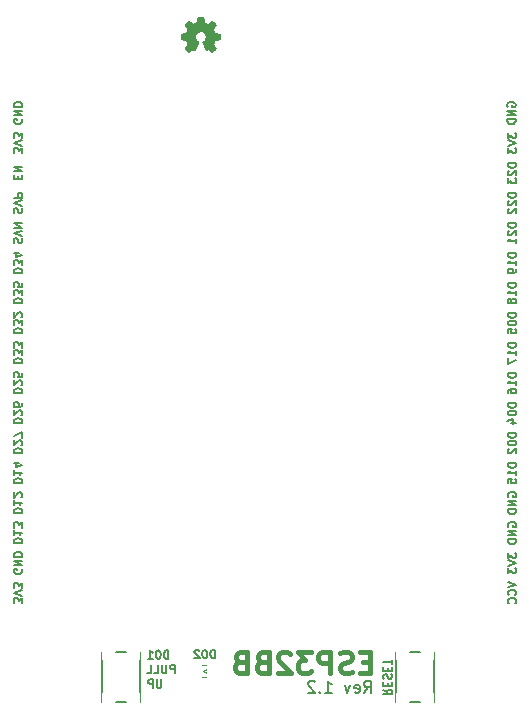
<source format=gbo>
G04 #@! TF.FileFunction,Legend,Bot*
%FSLAX46Y46*%
G04 Gerber Fmt 4.6, Leading zero omitted, Abs format (unit mm)*
G04 Created by KiCad (PCBNEW 4.0.5-e0-6337~52~ubuntu16.10.1) date Sat Feb 25 17:17:48 2017*
%MOMM*%
%LPD*%
G01*
G04 APERTURE LIST*
%ADD10C,0.100000*%
%ADD11C,0.175000*%
%ADD12C,0.200000*%
%ADD13C,0.400000*%
%ADD14C,0.010000*%
%ADD15C,0.120000*%
%ADD16R,1.050000X1.450000*%
%ADD17R,1.200000X1.200000*%
%ADD18R,2.100000X2.100000*%
%ADD19O,2.100000X2.100000*%
G04 APERTURE END LIST*
D10*
D11*
X181483833Y-119947999D02*
X181817167Y-120181333D01*
X181483833Y-120347999D02*
X182183833Y-120347999D01*
X182183833Y-120081333D01*
X182150500Y-120014666D01*
X182117167Y-119981333D01*
X182050500Y-119947999D01*
X181950500Y-119947999D01*
X181883833Y-119981333D01*
X181850500Y-120014666D01*
X181817167Y-120081333D01*
X181817167Y-120347999D01*
X181850500Y-119647999D02*
X181850500Y-119414666D01*
X181483833Y-119314666D02*
X181483833Y-119647999D01*
X182183833Y-119647999D01*
X182183833Y-119314666D01*
X181517167Y-119048000D02*
X181483833Y-118948000D01*
X181483833Y-118781333D01*
X181517167Y-118714666D01*
X181550500Y-118681333D01*
X181617167Y-118648000D01*
X181683833Y-118648000D01*
X181750500Y-118681333D01*
X181783833Y-118714666D01*
X181817167Y-118781333D01*
X181850500Y-118914666D01*
X181883833Y-118981333D01*
X181917167Y-119014666D01*
X181983833Y-119048000D01*
X182050500Y-119048000D01*
X182117167Y-119014666D01*
X182150500Y-118981333D01*
X182183833Y-118914666D01*
X182183833Y-118748000D01*
X182150500Y-118648000D01*
X181850500Y-118347999D02*
X181850500Y-118114666D01*
X181483833Y-118014666D02*
X181483833Y-118347999D01*
X182183833Y-118347999D01*
X182183833Y-118014666D01*
X182183833Y-117814666D02*
X182183833Y-117414666D01*
X181483833Y-117614666D02*
X182183833Y-117614666D01*
X150178333Y-99910000D02*
X150878333Y-99910000D01*
X150878333Y-99743334D01*
X150845000Y-99643334D01*
X150778333Y-99576667D01*
X150711667Y-99543334D01*
X150578333Y-99510000D01*
X150478333Y-99510000D01*
X150345000Y-99543334D01*
X150278333Y-99576667D01*
X150211667Y-99643334D01*
X150178333Y-99743334D01*
X150178333Y-99910000D01*
X150811667Y-99243334D02*
X150845000Y-99210000D01*
X150878333Y-99143334D01*
X150878333Y-98976667D01*
X150845000Y-98910000D01*
X150811667Y-98876667D01*
X150745000Y-98843334D01*
X150678333Y-98843334D01*
X150578333Y-98876667D01*
X150178333Y-99276667D01*
X150178333Y-98843334D01*
X150878333Y-98610000D02*
X150878333Y-98143333D01*
X150178333Y-98443333D01*
X192004200Y-70586667D02*
X191970867Y-70520001D01*
X191970867Y-70420001D01*
X192004200Y-70320001D01*
X192070867Y-70253334D01*
X192137533Y-70220001D01*
X192270867Y-70186667D01*
X192370867Y-70186667D01*
X192504200Y-70220001D01*
X192570867Y-70253334D01*
X192637533Y-70320001D01*
X192670867Y-70420001D01*
X192670867Y-70486667D01*
X192637533Y-70586667D01*
X192604200Y-70620001D01*
X192370867Y-70620001D01*
X192370867Y-70486667D01*
X192670867Y-70920001D02*
X191970867Y-70920001D01*
X192670867Y-71320001D01*
X191970867Y-71320001D01*
X192670867Y-71653334D02*
X191970867Y-71653334D01*
X191970867Y-71820000D01*
X192004200Y-71920000D01*
X192070867Y-71986667D01*
X192137533Y-72020000D01*
X192270867Y-72053334D01*
X192370867Y-72053334D01*
X192504200Y-72020000D01*
X192570867Y-71986667D01*
X192637533Y-71920000D01*
X192670867Y-71820000D01*
X192670867Y-71653334D01*
D12*
X179871428Y-120213381D02*
X180204762Y-119737190D01*
X180442857Y-120213381D02*
X180442857Y-119213381D01*
X180061904Y-119213381D01*
X179966666Y-119261000D01*
X179919047Y-119308619D01*
X179871428Y-119403857D01*
X179871428Y-119546714D01*
X179919047Y-119641952D01*
X179966666Y-119689571D01*
X180061904Y-119737190D01*
X180442857Y-119737190D01*
X179061904Y-120165762D02*
X179157142Y-120213381D01*
X179347619Y-120213381D01*
X179442857Y-120165762D01*
X179490476Y-120070524D01*
X179490476Y-119689571D01*
X179442857Y-119594333D01*
X179347619Y-119546714D01*
X179157142Y-119546714D01*
X179061904Y-119594333D01*
X179014285Y-119689571D01*
X179014285Y-119784810D01*
X179490476Y-119880048D01*
X178680952Y-119546714D02*
X178442857Y-120213381D01*
X178204761Y-119546714D01*
X176538094Y-120213381D02*
X177109523Y-120213381D01*
X176823809Y-120213381D02*
X176823809Y-119213381D01*
X176919047Y-119356238D01*
X177014285Y-119451476D01*
X177109523Y-119499095D01*
X176109523Y-120118143D02*
X176061904Y-120165762D01*
X176109523Y-120213381D01*
X176157142Y-120165762D01*
X176109523Y-120118143D01*
X176109523Y-120213381D01*
X175680952Y-119308619D02*
X175633333Y-119261000D01*
X175538095Y-119213381D01*
X175299999Y-119213381D01*
X175204761Y-119261000D01*
X175157142Y-119308619D01*
X175109523Y-119403857D01*
X175109523Y-119499095D01*
X175157142Y-119641952D01*
X175728571Y-120213381D01*
X175109523Y-120213381D01*
D13*
X180345643Y-117600429D02*
X179745643Y-117600429D01*
X179488500Y-118543286D02*
X180345643Y-118543286D01*
X180345643Y-116743286D01*
X179488500Y-116743286D01*
X178802786Y-118457571D02*
X178545643Y-118543286D01*
X178117072Y-118543286D01*
X177945643Y-118457571D01*
X177859929Y-118371857D01*
X177774214Y-118200429D01*
X177774214Y-118029000D01*
X177859929Y-117857571D01*
X177945643Y-117771857D01*
X178117072Y-117686143D01*
X178459929Y-117600429D01*
X178631357Y-117514714D01*
X178717072Y-117429000D01*
X178802786Y-117257571D01*
X178802786Y-117086143D01*
X178717072Y-116914714D01*
X178631357Y-116829000D01*
X178459929Y-116743286D01*
X178031357Y-116743286D01*
X177774214Y-116829000D01*
X177002786Y-118543286D02*
X177002786Y-116743286D01*
X176317071Y-116743286D01*
X176145643Y-116829000D01*
X176059928Y-116914714D01*
X175974214Y-117086143D01*
X175974214Y-117343286D01*
X176059928Y-117514714D01*
X176145643Y-117600429D01*
X176317071Y-117686143D01*
X177002786Y-117686143D01*
X175374214Y-116743286D02*
X174259928Y-116743286D01*
X174859928Y-117429000D01*
X174602786Y-117429000D01*
X174431357Y-117514714D01*
X174345643Y-117600429D01*
X174259928Y-117771857D01*
X174259928Y-118200429D01*
X174345643Y-118371857D01*
X174431357Y-118457571D01*
X174602786Y-118543286D01*
X175117071Y-118543286D01*
X175288500Y-118457571D01*
X175374214Y-118371857D01*
X173574214Y-116914714D02*
X173488500Y-116829000D01*
X173317071Y-116743286D01*
X172888500Y-116743286D01*
X172717071Y-116829000D01*
X172631357Y-116914714D01*
X172545642Y-117086143D01*
X172545642Y-117257571D01*
X172631357Y-117514714D01*
X173659928Y-118543286D01*
X172545642Y-118543286D01*
X171174214Y-117600429D02*
X170917071Y-117686143D01*
X170831356Y-117771857D01*
X170745642Y-117943286D01*
X170745642Y-118200429D01*
X170831356Y-118371857D01*
X170917071Y-118457571D01*
X171088499Y-118543286D01*
X171774214Y-118543286D01*
X171774214Y-116743286D01*
X171174214Y-116743286D01*
X171002785Y-116829000D01*
X170917071Y-116914714D01*
X170831356Y-117086143D01*
X170831356Y-117257571D01*
X170917071Y-117429000D01*
X171002785Y-117514714D01*
X171174214Y-117600429D01*
X171774214Y-117600429D01*
X169374214Y-117600429D02*
X169117071Y-117686143D01*
X169031356Y-117771857D01*
X168945642Y-117943286D01*
X168945642Y-118200429D01*
X169031356Y-118371857D01*
X169117071Y-118457571D01*
X169288499Y-118543286D01*
X169974214Y-118543286D01*
X169974214Y-116743286D01*
X169374214Y-116743286D01*
X169202785Y-116829000D01*
X169117071Y-116914714D01*
X169031356Y-117086143D01*
X169031356Y-117257571D01*
X169117071Y-117429000D01*
X169202785Y-117514714D01*
X169374214Y-117600429D01*
X169974214Y-117600429D01*
D11*
X163283667Y-117328667D02*
X163283667Y-116628667D01*
X163117001Y-116628667D01*
X163017001Y-116662000D01*
X162950334Y-116728667D01*
X162917001Y-116795333D01*
X162883667Y-116928667D01*
X162883667Y-117028667D01*
X162917001Y-117162000D01*
X162950334Y-117228667D01*
X163017001Y-117295333D01*
X163117001Y-117328667D01*
X163283667Y-117328667D01*
X162450334Y-116628667D02*
X162383667Y-116628667D01*
X162317001Y-116662000D01*
X162283667Y-116695333D01*
X162250334Y-116762000D01*
X162217001Y-116895333D01*
X162217001Y-117062000D01*
X162250334Y-117195333D01*
X162283667Y-117262000D01*
X162317001Y-117295333D01*
X162383667Y-117328667D01*
X162450334Y-117328667D01*
X162517001Y-117295333D01*
X162550334Y-117262000D01*
X162583667Y-117195333D01*
X162617001Y-117062000D01*
X162617001Y-116895333D01*
X162583667Y-116762000D01*
X162550334Y-116695333D01*
X162517001Y-116662000D01*
X162450334Y-116628667D01*
X161550334Y-117328667D02*
X161950334Y-117328667D01*
X161750334Y-117328667D02*
X161750334Y-116628667D01*
X161817000Y-116728667D01*
X161883667Y-116795333D01*
X161950334Y-116828667D01*
X163817000Y-118553667D02*
X163817000Y-117853667D01*
X163550334Y-117853667D01*
X163483667Y-117887000D01*
X163450334Y-117920333D01*
X163417000Y-117987000D01*
X163417000Y-118087000D01*
X163450334Y-118153667D01*
X163483667Y-118187000D01*
X163550334Y-118220333D01*
X163817000Y-118220333D01*
X163117000Y-117853667D02*
X163117000Y-118420333D01*
X163083667Y-118487000D01*
X163050334Y-118520333D01*
X162983667Y-118553667D01*
X162850334Y-118553667D01*
X162783667Y-118520333D01*
X162750334Y-118487000D01*
X162717000Y-118420333D01*
X162717000Y-117853667D01*
X162050334Y-118553667D02*
X162383667Y-118553667D01*
X162383667Y-117853667D01*
X161483667Y-118553667D02*
X161817000Y-118553667D01*
X161817000Y-117853667D01*
X162683666Y-119078667D02*
X162683666Y-119645333D01*
X162650333Y-119712000D01*
X162617000Y-119745333D01*
X162550333Y-119778667D01*
X162417000Y-119778667D01*
X162350333Y-119745333D01*
X162317000Y-119712000D01*
X162283666Y-119645333D01*
X162283666Y-119078667D01*
X161950333Y-119778667D02*
X161950333Y-119078667D01*
X161683667Y-119078667D01*
X161617000Y-119112000D01*
X161583667Y-119145333D01*
X161550333Y-119212000D01*
X161550333Y-119312000D01*
X161583667Y-119378667D01*
X161617000Y-119412000D01*
X161683667Y-119445333D01*
X161950333Y-119445333D01*
X192021667Y-72793333D02*
X192021667Y-73226666D01*
X192288333Y-72993333D01*
X192288333Y-73093333D01*
X192321667Y-73160000D01*
X192355000Y-73193333D01*
X192421667Y-73226666D01*
X192588333Y-73226666D01*
X192655000Y-73193333D01*
X192688333Y-73160000D01*
X192721667Y-73093333D01*
X192721667Y-72893333D01*
X192688333Y-72826666D01*
X192655000Y-72793333D01*
X192021667Y-73426667D02*
X192721667Y-73660000D01*
X192021667Y-73893333D01*
X192021667Y-74060000D02*
X192021667Y-74493333D01*
X192288333Y-74260000D01*
X192288333Y-74360000D01*
X192321667Y-74426667D01*
X192355000Y-74460000D01*
X192421667Y-74493333D01*
X192588333Y-74493333D01*
X192655000Y-74460000D01*
X192688333Y-74426667D01*
X192721667Y-74360000D01*
X192721667Y-74160000D01*
X192688333Y-74093333D01*
X192655000Y-74060000D01*
X192721667Y-75350000D02*
X192021667Y-75350000D01*
X192021667Y-75516666D01*
X192055000Y-75616666D01*
X192121667Y-75683333D01*
X192188333Y-75716666D01*
X192321667Y-75750000D01*
X192421667Y-75750000D01*
X192555000Y-75716666D01*
X192621667Y-75683333D01*
X192688333Y-75616666D01*
X192721667Y-75516666D01*
X192721667Y-75350000D01*
X192088333Y-76016666D02*
X192055000Y-76050000D01*
X192021667Y-76116666D01*
X192021667Y-76283333D01*
X192055000Y-76350000D01*
X192088333Y-76383333D01*
X192155000Y-76416666D01*
X192221667Y-76416666D01*
X192321667Y-76383333D01*
X192721667Y-75983333D01*
X192721667Y-76416666D01*
X192021667Y-76650000D02*
X192021667Y-77083333D01*
X192288333Y-76850000D01*
X192288333Y-76950000D01*
X192321667Y-77016667D01*
X192355000Y-77050000D01*
X192421667Y-77083333D01*
X192588333Y-77083333D01*
X192655000Y-77050000D01*
X192688333Y-77016667D01*
X192721667Y-76950000D01*
X192721667Y-76750000D01*
X192688333Y-76683333D01*
X192655000Y-76650000D01*
X192721667Y-77890000D02*
X192021667Y-77890000D01*
X192021667Y-78056666D01*
X192055000Y-78156666D01*
X192121667Y-78223333D01*
X192188333Y-78256666D01*
X192321667Y-78290000D01*
X192421667Y-78290000D01*
X192555000Y-78256666D01*
X192621667Y-78223333D01*
X192688333Y-78156666D01*
X192721667Y-78056666D01*
X192721667Y-77890000D01*
X192088333Y-78556666D02*
X192055000Y-78590000D01*
X192021667Y-78656666D01*
X192021667Y-78823333D01*
X192055000Y-78890000D01*
X192088333Y-78923333D01*
X192155000Y-78956666D01*
X192221667Y-78956666D01*
X192321667Y-78923333D01*
X192721667Y-78523333D01*
X192721667Y-78956666D01*
X192088333Y-79223333D02*
X192055000Y-79256667D01*
X192021667Y-79323333D01*
X192021667Y-79490000D01*
X192055000Y-79556667D01*
X192088333Y-79590000D01*
X192155000Y-79623333D01*
X192221667Y-79623333D01*
X192321667Y-79590000D01*
X192721667Y-79190000D01*
X192721667Y-79623333D01*
X192721667Y-80430000D02*
X192021667Y-80430000D01*
X192021667Y-80596666D01*
X192055000Y-80696666D01*
X192121667Y-80763333D01*
X192188333Y-80796666D01*
X192321667Y-80830000D01*
X192421667Y-80830000D01*
X192555000Y-80796666D01*
X192621667Y-80763333D01*
X192688333Y-80696666D01*
X192721667Y-80596666D01*
X192721667Y-80430000D01*
X192088333Y-81096666D02*
X192055000Y-81130000D01*
X192021667Y-81196666D01*
X192021667Y-81363333D01*
X192055000Y-81430000D01*
X192088333Y-81463333D01*
X192155000Y-81496666D01*
X192221667Y-81496666D01*
X192321667Y-81463333D01*
X192721667Y-81063333D01*
X192721667Y-81496666D01*
X192721667Y-82163333D02*
X192721667Y-81763333D01*
X192721667Y-81963333D02*
X192021667Y-81963333D01*
X192121667Y-81896667D01*
X192188333Y-81830000D01*
X192221667Y-81763333D01*
X192721667Y-82970000D02*
X192021667Y-82970000D01*
X192021667Y-83136666D01*
X192055000Y-83236666D01*
X192121667Y-83303333D01*
X192188333Y-83336666D01*
X192321667Y-83370000D01*
X192421667Y-83370000D01*
X192555000Y-83336666D01*
X192621667Y-83303333D01*
X192688333Y-83236666D01*
X192721667Y-83136666D01*
X192721667Y-82970000D01*
X192721667Y-84036666D02*
X192721667Y-83636666D01*
X192721667Y-83836666D02*
X192021667Y-83836666D01*
X192121667Y-83770000D01*
X192188333Y-83703333D01*
X192221667Y-83636666D01*
X192721667Y-84370000D02*
X192721667Y-84503333D01*
X192688333Y-84570000D01*
X192655000Y-84603333D01*
X192555000Y-84670000D01*
X192421667Y-84703333D01*
X192155000Y-84703333D01*
X192088333Y-84670000D01*
X192055000Y-84636667D01*
X192021667Y-84570000D01*
X192021667Y-84436667D01*
X192055000Y-84370000D01*
X192088333Y-84336667D01*
X192155000Y-84303333D01*
X192321667Y-84303333D01*
X192388333Y-84336667D01*
X192421667Y-84370000D01*
X192455000Y-84436667D01*
X192455000Y-84570000D01*
X192421667Y-84636667D01*
X192388333Y-84670000D01*
X192321667Y-84703333D01*
X192721667Y-85510000D02*
X192021667Y-85510000D01*
X192021667Y-85676666D01*
X192055000Y-85776666D01*
X192121667Y-85843333D01*
X192188333Y-85876666D01*
X192321667Y-85910000D01*
X192421667Y-85910000D01*
X192555000Y-85876666D01*
X192621667Y-85843333D01*
X192688333Y-85776666D01*
X192721667Y-85676666D01*
X192721667Y-85510000D01*
X192721667Y-86576666D02*
X192721667Y-86176666D01*
X192721667Y-86376666D02*
X192021667Y-86376666D01*
X192121667Y-86310000D01*
X192188333Y-86243333D01*
X192221667Y-86176666D01*
X192321667Y-86976667D02*
X192288333Y-86910000D01*
X192255000Y-86876667D01*
X192188333Y-86843333D01*
X192155000Y-86843333D01*
X192088333Y-86876667D01*
X192055000Y-86910000D01*
X192021667Y-86976667D01*
X192021667Y-87110000D01*
X192055000Y-87176667D01*
X192088333Y-87210000D01*
X192155000Y-87243333D01*
X192188333Y-87243333D01*
X192255000Y-87210000D01*
X192288333Y-87176667D01*
X192321667Y-87110000D01*
X192321667Y-86976667D01*
X192355000Y-86910000D01*
X192388333Y-86876667D01*
X192455000Y-86843333D01*
X192588333Y-86843333D01*
X192655000Y-86876667D01*
X192688333Y-86910000D01*
X192721667Y-86976667D01*
X192721667Y-87110000D01*
X192688333Y-87176667D01*
X192655000Y-87210000D01*
X192588333Y-87243333D01*
X192455000Y-87243333D01*
X192388333Y-87210000D01*
X192355000Y-87176667D01*
X192321667Y-87110000D01*
X192721667Y-88050000D02*
X192021667Y-88050000D01*
X192021667Y-88216666D01*
X192055000Y-88316666D01*
X192121667Y-88383333D01*
X192188333Y-88416666D01*
X192321667Y-88450000D01*
X192421667Y-88450000D01*
X192555000Y-88416666D01*
X192621667Y-88383333D01*
X192688333Y-88316666D01*
X192721667Y-88216666D01*
X192721667Y-88050000D01*
X192021667Y-88883333D02*
X192021667Y-88950000D01*
X192055000Y-89016666D01*
X192088333Y-89050000D01*
X192155000Y-89083333D01*
X192288333Y-89116666D01*
X192455000Y-89116666D01*
X192588333Y-89083333D01*
X192655000Y-89050000D01*
X192688333Y-89016666D01*
X192721667Y-88950000D01*
X192721667Y-88883333D01*
X192688333Y-88816666D01*
X192655000Y-88783333D01*
X192588333Y-88750000D01*
X192455000Y-88716666D01*
X192288333Y-88716666D01*
X192155000Y-88750000D01*
X192088333Y-88783333D01*
X192055000Y-88816666D01*
X192021667Y-88883333D01*
X192021667Y-89750000D02*
X192021667Y-89416667D01*
X192355000Y-89383333D01*
X192321667Y-89416667D01*
X192288333Y-89483333D01*
X192288333Y-89650000D01*
X192321667Y-89716667D01*
X192355000Y-89750000D01*
X192421667Y-89783333D01*
X192588333Y-89783333D01*
X192655000Y-89750000D01*
X192688333Y-89716667D01*
X192721667Y-89650000D01*
X192721667Y-89483333D01*
X192688333Y-89416667D01*
X192655000Y-89383333D01*
X192721667Y-90590000D02*
X192021667Y-90590000D01*
X192021667Y-90756666D01*
X192055000Y-90856666D01*
X192121667Y-90923333D01*
X192188333Y-90956666D01*
X192321667Y-90990000D01*
X192421667Y-90990000D01*
X192555000Y-90956666D01*
X192621667Y-90923333D01*
X192688333Y-90856666D01*
X192721667Y-90756666D01*
X192721667Y-90590000D01*
X192721667Y-91656666D02*
X192721667Y-91256666D01*
X192721667Y-91456666D02*
X192021667Y-91456666D01*
X192121667Y-91390000D01*
X192188333Y-91323333D01*
X192221667Y-91256666D01*
X192021667Y-91890000D02*
X192021667Y-92356667D01*
X192721667Y-92056667D01*
X192721667Y-93130000D02*
X192021667Y-93130000D01*
X192021667Y-93296666D01*
X192055000Y-93396666D01*
X192121667Y-93463333D01*
X192188333Y-93496666D01*
X192321667Y-93530000D01*
X192421667Y-93530000D01*
X192555000Y-93496666D01*
X192621667Y-93463333D01*
X192688333Y-93396666D01*
X192721667Y-93296666D01*
X192721667Y-93130000D01*
X192721667Y-94196666D02*
X192721667Y-93796666D01*
X192721667Y-93996666D02*
X192021667Y-93996666D01*
X192121667Y-93930000D01*
X192188333Y-93863333D01*
X192221667Y-93796666D01*
X192021667Y-94796667D02*
X192021667Y-94663333D01*
X192055000Y-94596667D01*
X192088333Y-94563333D01*
X192188333Y-94496667D01*
X192321667Y-94463333D01*
X192588333Y-94463333D01*
X192655000Y-94496667D01*
X192688333Y-94530000D01*
X192721667Y-94596667D01*
X192721667Y-94730000D01*
X192688333Y-94796667D01*
X192655000Y-94830000D01*
X192588333Y-94863333D01*
X192421667Y-94863333D01*
X192355000Y-94830000D01*
X192321667Y-94796667D01*
X192288333Y-94730000D01*
X192288333Y-94596667D01*
X192321667Y-94530000D01*
X192355000Y-94496667D01*
X192421667Y-94463333D01*
X192721667Y-95670000D02*
X192021667Y-95670000D01*
X192021667Y-95836666D01*
X192055000Y-95936666D01*
X192121667Y-96003333D01*
X192188333Y-96036666D01*
X192321667Y-96070000D01*
X192421667Y-96070000D01*
X192555000Y-96036666D01*
X192621667Y-96003333D01*
X192688333Y-95936666D01*
X192721667Y-95836666D01*
X192721667Y-95670000D01*
X192021667Y-96503333D02*
X192021667Y-96570000D01*
X192055000Y-96636666D01*
X192088333Y-96670000D01*
X192155000Y-96703333D01*
X192288333Y-96736666D01*
X192455000Y-96736666D01*
X192588333Y-96703333D01*
X192655000Y-96670000D01*
X192688333Y-96636666D01*
X192721667Y-96570000D01*
X192721667Y-96503333D01*
X192688333Y-96436666D01*
X192655000Y-96403333D01*
X192588333Y-96370000D01*
X192455000Y-96336666D01*
X192288333Y-96336666D01*
X192155000Y-96370000D01*
X192088333Y-96403333D01*
X192055000Y-96436666D01*
X192021667Y-96503333D01*
X192255000Y-97336667D02*
X192721667Y-97336667D01*
X191988333Y-97170000D02*
X192488333Y-97003333D01*
X192488333Y-97436667D01*
X192721667Y-98210000D02*
X192021667Y-98210000D01*
X192021667Y-98376666D01*
X192055000Y-98476666D01*
X192121667Y-98543333D01*
X192188333Y-98576666D01*
X192321667Y-98610000D01*
X192421667Y-98610000D01*
X192555000Y-98576666D01*
X192621667Y-98543333D01*
X192688333Y-98476666D01*
X192721667Y-98376666D01*
X192721667Y-98210000D01*
X192021667Y-99043333D02*
X192021667Y-99110000D01*
X192055000Y-99176666D01*
X192088333Y-99210000D01*
X192155000Y-99243333D01*
X192288333Y-99276666D01*
X192455000Y-99276666D01*
X192588333Y-99243333D01*
X192655000Y-99210000D01*
X192688333Y-99176666D01*
X192721667Y-99110000D01*
X192721667Y-99043333D01*
X192688333Y-98976666D01*
X192655000Y-98943333D01*
X192588333Y-98910000D01*
X192455000Y-98876666D01*
X192288333Y-98876666D01*
X192155000Y-98910000D01*
X192088333Y-98943333D01*
X192055000Y-98976666D01*
X192021667Y-99043333D01*
X192088333Y-99543333D02*
X192055000Y-99576667D01*
X192021667Y-99643333D01*
X192021667Y-99810000D01*
X192055000Y-99876667D01*
X192088333Y-99910000D01*
X192155000Y-99943333D01*
X192221667Y-99943333D01*
X192321667Y-99910000D01*
X192721667Y-99510000D01*
X192721667Y-99943333D01*
X192721667Y-100750000D02*
X192021667Y-100750000D01*
X192021667Y-100916666D01*
X192055000Y-101016666D01*
X192121667Y-101083333D01*
X192188333Y-101116666D01*
X192321667Y-101150000D01*
X192421667Y-101150000D01*
X192555000Y-101116666D01*
X192621667Y-101083333D01*
X192688333Y-101016666D01*
X192721667Y-100916666D01*
X192721667Y-100750000D01*
X192721667Y-101816666D02*
X192721667Y-101416666D01*
X192721667Y-101616666D02*
X192021667Y-101616666D01*
X192121667Y-101550000D01*
X192188333Y-101483333D01*
X192221667Y-101416666D01*
X192021667Y-102450000D02*
X192021667Y-102116667D01*
X192355000Y-102083333D01*
X192321667Y-102116667D01*
X192288333Y-102183333D01*
X192288333Y-102350000D01*
X192321667Y-102416667D01*
X192355000Y-102450000D01*
X192421667Y-102483333D01*
X192588333Y-102483333D01*
X192655000Y-102450000D01*
X192688333Y-102416667D01*
X192721667Y-102350000D01*
X192721667Y-102183333D01*
X192688333Y-102116667D01*
X192655000Y-102083333D01*
X192055000Y-103606667D02*
X192021667Y-103540001D01*
X192021667Y-103440001D01*
X192055000Y-103340001D01*
X192121667Y-103273334D01*
X192188333Y-103240001D01*
X192321667Y-103206667D01*
X192421667Y-103206667D01*
X192555000Y-103240001D01*
X192621667Y-103273334D01*
X192688333Y-103340001D01*
X192721667Y-103440001D01*
X192721667Y-103506667D01*
X192688333Y-103606667D01*
X192655000Y-103640001D01*
X192421667Y-103640001D01*
X192421667Y-103506667D01*
X192721667Y-103940001D02*
X192021667Y-103940001D01*
X192721667Y-104340001D01*
X192021667Y-104340001D01*
X192721667Y-104673334D02*
X192021667Y-104673334D01*
X192021667Y-104840000D01*
X192055000Y-104940000D01*
X192121667Y-105006667D01*
X192188333Y-105040000D01*
X192321667Y-105073334D01*
X192421667Y-105073334D01*
X192555000Y-105040000D01*
X192621667Y-105006667D01*
X192688333Y-104940000D01*
X192721667Y-104840000D01*
X192721667Y-104673334D01*
X192055000Y-106146667D02*
X192021667Y-106080001D01*
X192021667Y-105980001D01*
X192055000Y-105880001D01*
X192121667Y-105813334D01*
X192188333Y-105780001D01*
X192321667Y-105746667D01*
X192421667Y-105746667D01*
X192555000Y-105780001D01*
X192621667Y-105813334D01*
X192688333Y-105880001D01*
X192721667Y-105980001D01*
X192721667Y-106046667D01*
X192688333Y-106146667D01*
X192655000Y-106180001D01*
X192421667Y-106180001D01*
X192421667Y-106046667D01*
X192721667Y-106480001D02*
X192021667Y-106480001D01*
X192721667Y-106880001D01*
X192021667Y-106880001D01*
X192721667Y-107213334D02*
X192021667Y-107213334D01*
X192021667Y-107380000D01*
X192055000Y-107480000D01*
X192121667Y-107546667D01*
X192188333Y-107580000D01*
X192321667Y-107613334D01*
X192421667Y-107613334D01*
X192555000Y-107580000D01*
X192621667Y-107546667D01*
X192688333Y-107480000D01*
X192721667Y-107380000D01*
X192721667Y-107213334D01*
X192021667Y-110826667D02*
X192721667Y-111060000D01*
X192021667Y-111293333D01*
X192655000Y-111926667D02*
X192688333Y-111893333D01*
X192721667Y-111793333D01*
X192721667Y-111726667D01*
X192688333Y-111626667D01*
X192621667Y-111560000D01*
X192555000Y-111526667D01*
X192421667Y-111493333D01*
X192321667Y-111493333D01*
X192188333Y-111526667D01*
X192121667Y-111560000D01*
X192055000Y-111626667D01*
X192021667Y-111726667D01*
X192021667Y-111793333D01*
X192055000Y-111893333D01*
X192088333Y-111926667D01*
X192655000Y-112626667D02*
X192688333Y-112593333D01*
X192721667Y-112493333D01*
X192721667Y-112426667D01*
X192688333Y-112326667D01*
X192621667Y-112260000D01*
X192555000Y-112226667D01*
X192421667Y-112193333D01*
X192321667Y-112193333D01*
X192188333Y-112226667D01*
X192121667Y-112260000D01*
X192055000Y-112326667D01*
X192021667Y-112426667D01*
X192021667Y-112493333D01*
X192055000Y-112593333D01*
X192088333Y-112626667D01*
X192021667Y-108353333D02*
X192021667Y-108786666D01*
X192288333Y-108553333D01*
X192288333Y-108653333D01*
X192321667Y-108720000D01*
X192355000Y-108753333D01*
X192421667Y-108786666D01*
X192588333Y-108786666D01*
X192655000Y-108753333D01*
X192688333Y-108720000D01*
X192721667Y-108653333D01*
X192721667Y-108453333D01*
X192688333Y-108386666D01*
X192655000Y-108353333D01*
X192021667Y-108986667D02*
X192721667Y-109220000D01*
X192021667Y-109453333D01*
X192021667Y-109620000D02*
X192021667Y-110053333D01*
X192288333Y-109820000D01*
X192288333Y-109920000D01*
X192321667Y-109986667D01*
X192355000Y-110020000D01*
X192421667Y-110053333D01*
X192588333Y-110053333D01*
X192655000Y-110020000D01*
X192688333Y-109986667D01*
X192721667Y-109920000D01*
X192721667Y-109720000D01*
X192688333Y-109653333D01*
X192655000Y-109620000D01*
X150878333Y-112626667D02*
X150878333Y-112193334D01*
X150611667Y-112426667D01*
X150611667Y-112326667D01*
X150578333Y-112260000D01*
X150545000Y-112226667D01*
X150478333Y-112193334D01*
X150311667Y-112193334D01*
X150245000Y-112226667D01*
X150211667Y-112260000D01*
X150178333Y-112326667D01*
X150178333Y-112526667D01*
X150211667Y-112593334D01*
X150245000Y-112626667D01*
X150878333Y-111993333D02*
X150178333Y-111760000D01*
X150878333Y-111526667D01*
X150878333Y-111360000D02*
X150878333Y-110926667D01*
X150611667Y-111160000D01*
X150611667Y-111060000D01*
X150578333Y-110993333D01*
X150545000Y-110960000D01*
X150478333Y-110926667D01*
X150311667Y-110926667D01*
X150245000Y-110960000D01*
X150211667Y-110993333D01*
X150178333Y-111060000D01*
X150178333Y-111260000D01*
X150211667Y-111326667D01*
X150245000Y-111360000D01*
X150845000Y-109753333D02*
X150878333Y-109819999D01*
X150878333Y-109919999D01*
X150845000Y-110019999D01*
X150778333Y-110086666D01*
X150711667Y-110119999D01*
X150578333Y-110153333D01*
X150478333Y-110153333D01*
X150345000Y-110119999D01*
X150278333Y-110086666D01*
X150211667Y-110019999D01*
X150178333Y-109919999D01*
X150178333Y-109853333D01*
X150211667Y-109753333D01*
X150245000Y-109719999D01*
X150478333Y-109719999D01*
X150478333Y-109853333D01*
X150178333Y-109419999D02*
X150878333Y-109419999D01*
X150178333Y-109019999D01*
X150878333Y-109019999D01*
X150178333Y-108686666D02*
X150878333Y-108686666D01*
X150878333Y-108520000D01*
X150845000Y-108420000D01*
X150778333Y-108353333D01*
X150711667Y-108320000D01*
X150578333Y-108286666D01*
X150478333Y-108286666D01*
X150345000Y-108320000D01*
X150278333Y-108353333D01*
X150211667Y-108420000D01*
X150178333Y-108520000D01*
X150178333Y-108686666D01*
X150178333Y-107530000D02*
X150878333Y-107530000D01*
X150878333Y-107363334D01*
X150845000Y-107263334D01*
X150778333Y-107196667D01*
X150711667Y-107163334D01*
X150578333Y-107130000D01*
X150478333Y-107130000D01*
X150345000Y-107163334D01*
X150278333Y-107196667D01*
X150211667Y-107263334D01*
X150178333Y-107363334D01*
X150178333Y-107530000D01*
X150178333Y-106463334D02*
X150178333Y-106863334D01*
X150178333Y-106663334D02*
X150878333Y-106663334D01*
X150778333Y-106730000D01*
X150711667Y-106796667D01*
X150678333Y-106863334D01*
X150878333Y-106230000D02*
X150878333Y-105796667D01*
X150611667Y-106030000D01*
X150611667Y-105930000D01*
X150578333Y-105863333D01*
X150545000Y-105830000D01*
X150478333Y-105796667D01*
X150311667Y-105796667D01*
X150245000Y-105830000D01*
X150211667Y-105863333D01*
X150178333Y-105930000D01*
X150178333Y-106130000D01*
X150211667Y-106196667D01*
X150245000Y-106230000D01*
X150178333Y-104990000D02*
X150878333Y-104990000D01*
X150878333Y-104823334D01*
X150845000Y-104723334D01*
X150778333Y-104656667D01*
X150711667Y-104623334D01*
X150578333Y-104590000D01*
X150478333Y-104590000D01*
X150345000Y-104623334D01*
X150278333Y-104656667D01*
X150211667Y-104723334D01*
X150178333Y-104823334D01*
X150178333Y-104990000D01*
X150178333Y-103923334D02*
X150178333Y-104323334D01*
X150178333Y-104123334D02*
X150878333Y-104123334D01*
X150778333Y-104190000D01*
X150711667Y-104256667D01*
X150678333Y-104323334D01*
X150811667Y-103656667D02*
X150845000Y-103623333D01*
X150878333Y-103556667D01*
X150878333Y-103390000D01*
X150845000Y-103323333D01*
X150811667Y-103290000D01*
X150745000Y-103256667D01*
X150678333Y-103256667D01*
X150578333Y-103290000D01*
X150178333Y-103690000D01*
X150178333Y-103256667D01*
X150178333Y-102450000D02*
X150878333Y-102450000D01*
X150878333Y-102283334D01*
X150845000Y-102183334D01*
X150778333Y-102116667D01*
X150711667Y-102083334D01*
X150578333Y-102050000D01*
X150478333Y-102050000D01*
X150345000Y-102083334D01*
X150278333Y-102116667D01*
X150211667Y-102183334D01*
X150178333Y-102283334D01*
X150178333Y-102450000D01*
X150178333Y-101383334D02*
X150178333Y-101783334D01*
X150178333Y-101583334D02*
X150878333Y-101583334D01*
X150778333Y-101650000D01*
X150711667Y-101716667D01*
X150678333Y-101783334D01*
X150645000Y-100783333D02*
X150178333Y-100783333D01*
X150911667Y-100950000D02*
X150411667Y-101116667D01*
X150411667Y-100683333D01*
X150178333Y-97370000D02*
X150878333Y-97370000D01*
X150878333Y-97203334D01*
X150845000Y-97103334D01*
X150778333Y-97036667D01*
X150711667Y-97003334D01*
X150578333Y-96970000D01*
X150478333Y-96970000D01*
X150345000Y-97003334D01*
X150278333Y-97036667D01*
X150211667Y-97103334D01*
X150178333Y-97203334D01*
X150178333Y-97370000D01*
X150811667Y-96703334D02*
X150845000Y-96670000D01*
X150878333Y-96603334D01*
X150878333Y-96436667D01*
X150845000Y-96370000D01*
X150811667Y-96336667D01*
X150745000Y-96303334D01*
X150678333Y-96303334D01*
X150578333Y-96336667D01*
X150178333Y-96736667D01*
X150178333Y-96303334D01*
X150878333Y-95703333D02*
X150878333Y-95836667D01*
X150845000Y-95903333D01*
X150811667Y-95936667D01*
X150711667Y-96003333D01*
X150578333Y-96036667D01*
X150311667Y-96036667D01*
X150245000Y-96003333D01*
X150211667Y-95970000D01*
X150178333Y-95903333D01*
X150178333Y-95770000D01*
X150211667Y-95703333D01*
X150245000Y-95670000D01*
X150311667Y-95636667D01*
X150478333Y-95636667D01*
X150545000Y-95670000D01*
X150578333Y-95703333D01*
X150611667Y-95770000D01*
X150611667Y-95903333D01*
X150578333Y-95970000D01*
X150545000Y-96003333D01*
X150478333Y-96036667D01*
X150178333Y-94830000D02*
X150878333Y-94830000D01*
X150878333Y-94663334D01*
X150845000Y-94563334D01*
X150778333Y-94496667D01*
X150711667Y-94463334D01*
X150578333Y-94430000D01*
X150478333Y-94430000D01*
X150345000Y-94463334D01*
X150278333Y-94496667D01*
X150211667Y-94563334D01*
X150178333Y-94663334D01*
X150178333Y-94830000D01*
X150811667Y-94163334D02*
X150845000Y-94130000D01*
X150878333Y-94063334D01*
X150878333Y-93896667D01*
X150845000Y-93830000D01*
X150811667Y-93796667D01*
X150745000Y-93763334D01*
X150678333Y-93763334D01*
X150578333Y-93796667D01*
X150178333Y-94196667D01*
X150178333Y-93763334D01*
X150878333Y-93130000D02*
X150878333Y-93463333D01*
X150545000Y-93496667D01*
X150578333Y-93463333D01*
X150611667Y-93396667D01*
X150611667Y-93230000D01*
X150578333Y-93163333D01*
X150545000Y-93130000D01*
X150478333Y-93096667D01*
X150311667Y-93096667D01*
X150245000Y-93130000D01*
X150211667Y-93163333D01*
X150178333Y-93230000D01*
X150178333Y-93396667D01*
X150211667Y-93463333D01*
X150245000Y-93496667D01*
X150178333Y-92290000D02*
X150878333Y-92290000D01*
X150878333Y-92123334D01*
X150845000Y-92023334D01*
X150778333Y-91956667D01*
X150711667Y-91923334D01*
X150578333Y-91890000D01*
X150478333Y-91890000D01*
X150345000Y-91923334D01*
X150278333Y-91956667D01*
X150211667Y-92023334D01*
X150178333Y-92123334D01*
X150178333Y-92290000D01*
X150878333Y-91656667D02*
X150878333Y-91223334D01*
X150611667Y-91456667D01*
X150611667Y-91356667D01*
X150578333Y-91290000D01*
X150545000Y-91256667D01*
X150478333Y-91223334D01*
X150311667Y-91223334D01*
X150245000Y-91256667D01*
X150211667Y-91290000D01*
X150178333Y-91356667D01*
X150178333Y-91556667D01*
X150211667Y-91623334D01*
X150245000Y-91656667D01*
X150878333Y-90990000D02*
X150878333Y-90556667D01*
X150611667Y-90790000D01*
X150611667Y-90690000D01*
X150578333Y-90623333D01*
X150545000Y-90590000D01*
X150478333Y-90556667D01*
X150311667Y-90556667D01*
X150245000Y-90590000D01*
X150211667Y-90623333D01*
X150178333Y-90690000D01*
X150178333Y-90890000D01*
X150211667Y-90956667D01*
X150245000Y-90990000D01*
X150178333Y-89750000D02*
X150878333Y-89750000D01*
X150878333Y-89583334D01*
X150845000Y-89483334D01*
X150778333Y-89416667D01*
X150711667Y-89383334D01*
X150578333Y-89350000D01*
X150478333Y-89350000D01*
X150345000Y-89383334D01*
X150278333Y-89416667D01*
X150211667Y-89483334D01*
X150178333Y-89583334D01*
X150178333Y-89750000D01*
X150878333Y-89116667D02*
X150878333Y-88683334D01*
X150611667Y-88916667D01*
X150611667Y-88816667D01*
X150578333Y-88750000D01*
X150545000Y-88716667D01*
X150478333Y-88683334D01*
X150311667Y-88683334D01*
X150245000Y-88716667D01*
X150211667Y-88750000D01*
X150178333Y-88816667D01*
X150178333Y-89016667D01*
X150211667Y-89083334D01*
X150245000Y-89116667D01*
X150811667Y-88416667D02*
X150845000Y-88383333D01*
X150878333Y-88316667D01*
X150878333Y-88150000D01*
X150845000Y-88083333D01*
X150811667Y-88050000D01*
X150745000Y-88016667D01*
X150678333Y-88016667D01*
X150578333Y-88050000D01*
X150178333Y-88450000D01*
X150178333Y-88016667D01*
X150178333Y-87210000D02*
X150878333Y-87210000D01*
X150878333Y-87043334D01*
X150845000Y-86943334D01*
X150778333Y-86876667D01*
X150711667Y-86843334D01*
X150578333Y-86810000D01*
X150478333Y-86810000D01*
X150345000Y-86843334D01*
X150278333Y-86876667D01*
X150211667Y-86943334D01*
X150178333Y-87043334D01*
X150178333Y-87210000D01*
X150878333Y-86576667D02*
X150878333Y-86143334D01*
X150611667Y-86376667D01*
X150611667Y-86276667D01*
X150578333Y-86210000D01*
X150545000Y-86176667D01*
X150478333Y-86143334D01*
X150311667Y-86143334D01*
X150245000Y-86176667D01*
X150211667Y-86210000D01*
X150178333Y-86276667D01*
X150178333Y-86476667D01*
X150211667Y-86543334D01*
X150245000Y-86576667D01*
X150878333Y-85510000D02*
X150878333Y-85843333D01*
X150545000Y-85876667D01*
X150578333Y-85843333D01*
X150611667Y-85776667D01*
X150611667Y-85610000D01*
X150578333Y-85543333D01*
X150545000Y-85510000D01*
X150478333Y-85476667D01*
X150311667Y-85476667D01*
X150245000Y-85510000D01*
X150211667Y-85543333D01*
X150178333Y-85610000D01*
X150178333Y-85776667D01*
X150211667Y-85843333D01*
X150245000Y-85876667D01*
X150178333Y-84670000D02*
X150878333Y-84670000D01*
X150878333Y-84503334D01*
X150845000Y-84403334D01*
X150778333Y-84336667D01*
X150711667Y-84303334D01*
X150578333Y-84270000D01*
X150478333Y-84270000D01*
X150345000Y-84303334D01*
X150278333Y-84336667D01*
X150211667Y-84403334D01*
X150178333Y-84503334D01*
X150178333Y-84670000D01*
X150878333Y-84036667D02*
X150878333Y-83603334D01*
X150611667Y-83836667D01*
X150611667Y-83736667D01*
X150578333Y-83670000D01*
X150545000Y-83636667D01*
X150478333Y-83603334D01*
X150311667Y-83603334D01*
X150245000Y-83636667D01*
X150211667Y-83670000D01*
X150178333Y-83736667D01*
X150178333Y-83936667D01*
X150211667Y-84003334D01*
X150245000Y-84036667D01*
X150645000Y-83003333D02*
X150178333Y-83003333D01*
X150911667Y-83170000D02*
X150411667Y-83336667D01*
X150411667Y-82903333D01*
X150211667Y-82146667D02*
X150178333Y-82046667D01*
X150178333Y-81880000D01*
X150211667Y-81813333D01*
X150245000Y-81780000D01*
X150311667Y-81746667D01*
X150378333Y-81746667D01*
X150445000Y-81780000D01*
X150478333Y-81813333D01*
X150511667Y-81880000D01*
X150545000Y-82013333D01*
X150578333Y-82080000D01*
X150611667Y-82113333D01*
X150678333Y-82146667D01*
X150745000Y-82146667D01*
X150811667Y-82113333D01*
X150845000Y-82080000D01*
X150878333Y-82013333D01*
X150878333Y-81846667D01*
X150845000Y-81746667D01*
X150878333Y-81546666D02*
X150178333Y-81313333D01*
X150878333Y-81080000D01*
X150178333Y-80846666D02*
X150878333Y-80846666D01*
X150178333Y-80446666D01*
X150878333Y-80446666D01*
X150211667Y-79590000D02*
X150178333Y-79490000D01*
X150178333Y-79323333D01*
X150211667Y-79256666D01*
X150245000Y-79223333D01*
X150311667Y-79190000D01*
X150378333Y-79190000D01*
X150445000Y-79223333D01*
X150478333Y-79256666D01*
X150511667Y-79323333D01*
X150545000Y-79456666D01*
X150578333Y-79523333D01*
X150611667Y-79556666D01*
X150678333Y-79590000D01*
X150745000Y-79590000D01*
X150811667Y-79556666D01*
X150845000Y-79523333D01*
X150878333Y-79456666D01*
X150878333Y-79290000D01*
X150845000Y-79190000D01*
X150878333Y-78989999D02*
X150178333Y-78756666D01*
X150878333Y-78523333D01*
X150178333Y-78289999D02*
X150878333Y-78289999D01*
X150878333Y-78023333D01*
X150845000Y-77956666D01*
X150811667Y-77923333D01*
X150745000Y-77889999D01*
X150645000Y-77889999D01*
X150578333Y-77923333D01*
X150545000Y-77956666D01*
X150511667Y-78023333D01*
X150511667Y-78289999D01*
X150545000Y-76716666D02*
X150545000Y-76483333D01*
X150178333Y-76383333D02*
X150178333Y-76716666D01*
X150878333Y-76716666D01*
X150878333Y-76383333D01*
X150178333Y-76083333D02*
X150878333Y-76083333D01*
X150178333Y-75683333D01*
X150878333Y-75683333D01*
X150878333Y-74526667D02*
X150878333Y-74093334D01*
X150611667Y-74326667D01*
X150611667Y-74226667D01*
X150578333Y-74160000D01*
X150545000Y-74126667D01*
X150478333Y-74093334D01*
X150311667Y-74093334D01*
X150245000Y-74126667D01*
X150211667Y-74160000D01*
X150178333Y-74226667D01*
X150178333Y-74426667D01*
X150211667Y-74493334D01*
X150245000Y-74526667D01*
X150878333Y-73893333D02*
X150178333Y-73660000D01*
X150878333Y-73426667D01*
X150878333Y-73260000D02*
X150878333Y-72826667D01*
X150611667Y-73060000D01*
X150611667Y-72960000D01*
X150578333Y-72893333D01*
X150545000Y-72860000D01*
X150478333Y-72826667D01*
X150311667Y-72826667D01*
X150245000Y-72860000D01*
X150211667Y-72893333D01*
X150178333Y-72960000D01*
X150178333Y-73160000D01*
X150211667Y-73226667D01*
X150245000Y-73260000D01*
X150845000Y-71653333D02*
X150878333Y-71719999D01*
X150878333Y-71819999D01*
X150845000Y-71919999D01*
X150778333Y-71986666D01*
X150711667Y-72019999D01*
X150578333Y-72053333D01*
X150478333Y-72053333D01*
X150345000Y-72019999D01*
X150278333Y-71986666D01*
X150211667Y-71919999D01*
X150178333Y-71819999D01*
X150178333Y-71753333D01*
X150211667Y-71653333D01*
X150245000Y-71619999D01*
X150478333Y-71619999D01*
X150478333Y-71753333D01*
X150178333Y-71319999D02*
X150878333Y-71319999D01*
X150178333Y-70919999D01*
X150878333Y-70919999D01*
X150178333Y-70586666D02*
X150878333Y-70586666D01*
X150878333Y-70420000D01*
X150845000Y-70320000D01*
X150778333Y-70253333D01*
X150711667Y-70220000D01*
X150578333Y-70186666D01*
X150478333Y-70186666D01*
X150345000Y-70220000D01*
X150278333Y-70253333D01*
X150211667Y-70320000D01*
X150178333Y-70420000D01*
X150178333Y-70586666D01*
D14*
G36*
X165713375Y-63237717D02*
X165701230Y-63302771D01*
X165689765Y-63361076D01*
X165679773Y-63408836D01*
X165672045Y-63442252D01*
X165667521Y-63457261D01*
X165654026Y-63468072D01*
X165624366Y-63484089D01*
X165583173Y-63503429D01*
X165535082Y-63524206D01*
X165484727Y-63544538D01*
X165436741Y-63562541D01*
X165395758Y-63576329D01*
X165366412Y-63584021D01*
X165354472Y-63584535D01*
X165340486Y-63576498D01*
X165311609Y-63558008D01*
X165271093Y-63531212D01*
X165222188Y-63498255D01*
X165174997Y-63466003D01*
X165121521Y-63429466D01*
X165073698Y-63397244D01*
X165034747Y-63371471D01*
X165007888Y-63354281D01*
X164996812Y-63347947D01*
X164984669Y-63353589D01*
X164960394Y-63372535D01*
X164926895Y-63401910D01*
X164887079Y-63438843D01*
X164843852Y-63480460D01*
X164800123Y-63523888D01*
X164758798Y-63566255D01*
X164722785Y-63604686D01*
X164694991Y-63636310D01*
X164678322Y-63658253D01*
X164674826Y-63666144D01*
X164680820Y-63680421D01*
X164697483Y-63709613D01*
X164722838Y-63750530D01*
X164754910Y-63799978D01*
X164790782Y-63853391D01*
X164827445Y-63907818D01*
X164859340Y-63956524D01*
X164884498Y-63996391D01*
X164900953Y-64024304D01*
X164906739Y-64037073D01*
X164902489Y-64052036D01*
X164891053Y-64082488D01*
X164874408Y-64123816D01*
X164854525Y-64171411D01*
X164833381Y-64220661D01*
X164812947Y-64266956D01*
X164795200Y-64305685D01*
X164782112Y-64332238D01*
X164776371Y-64341568D01*
X164764321Y-64345341D01*
X164734641Y-64352365D01*
X164691409Y-64361822D01*
X164638703Y-64372892D01*
X164580603Y-64384756D01*
X164521185Y-64396596D01*
X164464529Y-64407593D01*
X164414712Y-64416928D01*
X164375815Y-64423782D01*
X164351913Y-64427336D01*
X164347599Y-64427652D01*
X164345285Y-64438028D01*
X164343736Y-64466522D01*
X164342890Y-64509178D01*
X164342688Y-64562041D01*
X164343070Y-64621158D01*
X164343977Y-64682573D01*
X164345348Y-64742331D01*
X164347125Y-64796478D01*
X164349247Y-64841059D01*
X164351655Y-64872120D01*
X164354288Y-64885706D01*
X164354520Y-64885929D01*
X164368485Y-64890079D01*
X164400473Y-64897411D01*
X164446778Y-64907144D01*
X164503694Y-64918495D01*
X164559645Y-64929208D01*
X164624124Y-64942013D01*
X164680923Y-64954601D01*
X164726360Y-64966055D01*
X164756756Y-64975459D01*
X164767913Y-64981040D01*
X164776949Y-64996596D01*
X164791682Y-65028066D01*
X164810217Y-65070756D01*
X164830664Y-65119971D01*
X164851128Y-65171013D01*
X164869718Y-65219188D01*
X164884541Y-65259801D01*
X164893704Y-65288154D01*
X164895737Y-65298171D01*
X164889705Y-65311653D01*
X164872999Y-65339962D01*
X164847665Y-65379866D01*
X164815744Y-65428133D01*
X164785261Y-65472883D01*
X164749317Y-65526002D01*
X164718265Y-65573845D01*
X164694160Y-65613085D01*
X164679055Y-65640397D01*
X164674826Y-65651643D01*
X164682271Y-65664040D01*
X164702665Y-65688761D01*
X164733100Y-65722816D01*
X164770664Y-65763211D01*
X164812449Y-65806955D01*
X164855545Y-65851056D01*
X164897041Y-65892522D01*
X164934028Y-65928360D01*
X164963597Y-65955578D01*
X164982837Y-65971185D01*
X164988065Y-65973739D01*
X164999818Y-65967779D01*
X165026511Y-65951276D01*
X165064951Y-65926296D01*
X165111945Y-65894906D01*
X165150707Y-65868520D01*
X165202816Y-65833082D01*
X165249516Y-65801899D01*
X165287379Y-65777216D01*
X165312977Y-65761275D01*
X165321860Y-65756483D01*
X165340055Y-65757741D01*
X165371531Y-65767497D01*
X165410113Y-65783790D01*
X165414739Y-65786000D01*
X165452926Y-65802809D01*
X165484646Y-65813758D01*
X165503801Y-65816793D01*
X165505185Y-65816450D01*
X165511810Y-65805714D01*
X165525652Y-65777404D01*
X165545495Y-65734358D01*
X165570123Y-65679415D01*
X165598322Y-65615416D01*
X165628874Y-65545199D01*
X165660565Y-65471604D01*
X165692179Y-65397469D01*
X165722500Y-65325635D01*
X165750313Y-65258940D01*
X165774402Y-65200224D01*
X165793551Y-65152325D01*
X165806545Y-65118084D01*
X165812169Y-65100339D01*
X165812304Y-65099135D01*
X165804031Y-65089950D01*
X165781940Y-65071233D01*
X165750123Y-65046380D01*
X165735427Y-65035360D01*
X165658463Y-64966235D01*
X165599876Y-64888168D01*
X165559846Y-64803651D01*
X165538553Y-64715175D01*
X165536177Y-64625232D01*
X165552896Y-64536313D01*
X165588892Y-64450909D01*
X165644342Y-64371513D01*
X165684579Y-64330032D01*
X165760740Y-64273386D01*
X165842552Y-64236195D01*
X165927552Y-64217372D01*
X166013274Y-64215829D01*
X166097256Y-64230478D01*
X166177033Y-64260233D01*
X166250141Y-64304006D01*
X166314116Y-64360710D01*
X166366494Y-64429257D01*
X166404811Y-64508561D01*
X166426602Y-64597534D01*
X166430739Y-64659289D01*
X166420299Y-64758212D01*
X166389193Y-64849644D01*
X166337741Y-64932983D01*
X166266263Y-65007624D01*
X166231529Y-65035360D01*
X166196941Y-65061731D01*
X166170424Y-65083338D01*
X166156071Y-65096786D01*
X166154652Y-65099135D01*
X166158854Y-65113753D01*
X166170647Y-65145358D01*
X166188817Y-65191111D01*
X166212145Y-65248172D01*
X166239415Y-65313702D01*
X166269411Y-65384862D01*
X166300915Y-65458812D01*
X166332712Y-65532714D01*
X166363584Y-65603727D01*
X166392315Y-65669012D01*
X166417689Y-65725731D01*
X166438487Y-65771043D01*
X166453495Y-65802109D01*
X166461495Y-65816091D01*
X166462076Y-65816567D01*
X166478823Y-65814762D01*
X166509157Y-65804581D01*
X166547196Y-65788080D01*
X166556380Y-65783625D01*
X166635043Y-65744681D01*
X166802446Y-65859210D01*
X166856123Y-65895597D01*
X166903703Y-65927215D01*
X166942142Y-65952092D01*
X166968391Y-65968254D01*
X166979290Y-65973739D01*
X166989664Y-65966268D01*
X167012989Y-65945454D01*
X167046724Y-65913694D01*
X167088326Y-65873387D01*
X167135253Y-65826930D01*
X167140430Y-65821748D01*
X167187454Y-65773723D01*
X167228547Y-65730016D01*
X167261291Y-65693340D01*
X167283271Y-65666412D01*
X167292068Y-65651945D01*
X167292130Y-65651352D01*
X167286091Y-65636609D01*
X167269342Y-65607160D01*
X167243938Y-65566322D01*
X167211933Y-65517415D01*
X167181695Y-65472883D01*
X167145814Y-65420082D01*
X167114798Y-65372922D01*
X167090691Y-65334635D01*
X167075536Y-65308454D01*
X167071220Y-65298171D01*
X167075318Y-65281138D01*
X167086396Y-65248573D01*
X167102560Y-65205173D01*
X167121918Y-65155633D01*
X167142577Y-65104649D01*
X167162644Y-65056916D01*
X167180227Y-65017130D01*
X167193434Y-64989986D01*
X167199043Y-64981040D01*
X167214203Y-64974026D01*
X167247452Y-64964203D01*
X167295109Y-64952488D01*
X167353493Y-64939798D01*
X167407311Y-64929208D01*
X167470503Y-64917079D01*
X167526345Y-64905879D01*
X167571134Y-64896393D01*
X167601162Y-64889400D01*
X167612436Y-64885929D01*
X167615086Y-64874011D01*
X167617515Y-64844282D01*
X167619663Y-64800696D01*
X167621472Y-64747209D01*
X167622880Y-64687774D01*
X167623829Y-64626346D01*
X167624258Y-64566881D01*
X167624108Y-64513332D01*
X167623319Y-64469654D01*
X167621831Y-64439802D01*
X167619585Y-64427731D01*
X167619358Y-64427652D01*
X167602257Y-64425573D01*
X167568603Y-64419882D01*
X167522473Y-64411397D01*
X167467947Y-64400938D01*
X167409102Y-64389323D01*
X167350017Y-64377372D01*
X167294771Y-64365902D01*
X167247441Y-64355733D01*
X167212106Y-64347683D01*
X167192845Y-64342572D01*
X167190585Y-64341568D01*
X167182564Y-64327870D01*
X167168327Y-64298359D01*
X167149847Y-64257646D01*
X167129099Y-64210342D01*
X167108056Y-64161057D01*
X167088694Y-64114403D01*
X167072985Y-64074989D01*
X167062904Y-64047427D01*
X167060217Y-64037073D01*
X167066192Y-64023959D01*
X167082806Y-63995825D01*
X167108090Y-63955788D01*
X167140079Y-63906963D01*
X167176174Y-63853391D01*
X167212892Y-63798696D01*
X167244824Y-63749418D01*
X167269991Y-63708749D01*
X167286418Y-63679882D01*
X167292130Y-63666144D01*
X167284617Y-63652361D01*
X167264015Y-63626958D01*
X167233231Y-63592808D01*
X167195174Y-63552783D01*
X167152749Y-63509756D01*
X167108864Y-63466602D01*
X167066427Y-63426191D01*
X167028344Y-63391399D01*
X166997523Y-63365097D01*
X166976871Y-63350158D01*
X166970144Y-63347947D01*
X166956591Y-63355820D01*
X166928111Y-63374152D01*
X166887926Y-63400811D01*
X166839255Y-63433663D01*
X166791960Y-63466003D01*
X166738375Y-63502592D01*
X166690332Y-63534903D01*
X166651079Y-63560789D01*
X166623868Y-63578102D01*
X166612484Y-63584535D01*
X166595679Y-63583028D01*
X166563558Y-63573927D01*
X166520754Y-63559116D01*
X166471901Y-63540480D01*
X166421633Y-63519902D01*
X166374584Y-63499267D01*
X166335387Y-63480457D01*
X166308677Y-63465358D01*
X166299435Y-63457261D01*
X166294600Y-63441018D01*
X166286744Y-63406818D01*
X166276662Y-63358458D01*
X166265145Y-63299737D01*
X166253581Y-63237717D01*
X166216912Y-63036174D01*
X165750044Y-63036174D01*
X165713375Y-63237717D01*
X165713375Y-63237717D01*
G37*
X165713375Y-63237717D02*
X165701230Y-63302771D01*
X165689765Y-63361076D01*
X165679773Y-63408836D01*
X165672045Y-63442252D01*
X165667521Y-63457261D01*
X165654026Y-63468072D01*
X165624366Y-63484089D01*
X165583173Y-63503429D01*
X165535082Y-63524206D01*
X165484727Y-63544538D01*
X165436741Y-63562541D01*
X165395758Y-63576329D01*
X165366412Y-63584021D01*
X165354472Y-63584535D01*
X165340486Y-63576498D01*
X165311609Y-63558008D01*
X165271093Y-63531212D01*
X165222188Y-63498255D01*
X165174997Y-63466003D01*
X165121521Y-63429466D01*
X165073698Y-63397244D01*
X165034747Y-63371471D01*
X165007888Y-63354281D01*
X164996812Y-63347947D01*
X164984669Y-63353589D01*
X164960394Y-63372535D01*
X164926895Y-63401910D01*
X164887079Y-63438843D01*
X164843852Y-63480460D01*
X164800123Y-63523888D01*
X164758798Y-63566255D01*
X164722785Y-63604686D01*
X164694991Y-63636310D01*
X164678322Y-63658253D01*
X164674826Y-63666144D01*
X164680820Y-63680421D01*
X164697483Y-63709613D01*
X164722838Y-63750530D01*
X164754910Y-63799978D01*
X164790782Y-63853391D01*
X164827445Y-63907818D01*
X164859340Y-63956524D01*
X164884498Y-63996391D01*
X164900953Y-64024304D01*
X164906739Y-64037073D01*
X164902489Y-64052036D01*
X164891053Y-64082488D01*
X164874408Y-64123816D01*
X164854525Y-64171411D01*
X164833381Y-64220661D01*
X164812947Y-64266956D01*
X164795200Y-64305685D01*
X164782112Y-64332238D01*
X164776371Y-64341568D01*
X164764321Y-64345341D01*
X164734641Y-64352365D01*
X164691409Y-64361822D01*
X164638703Y-64372892D01*
X164580603Y-64384756D01*
X164521185Y-64396596D01*
X164464529Y-64407593D01*
X164414712Y-64416928D01*
X164375815Y-64423782D01*
X164351913Y-64427336D01*
X164347599Y-64427652D01*
X164345285Y-64438028D01*
X164343736Y-64466522D01*
X164342890Y-64509178D01*
X164342688Y-64562041D01*
X164343070Y-64621158D01*
X164343977Y-64682573D01*
X164345348Y-64742331D01*
X164347125Y-64796478D01*
X164349247Y-64841059D01*
X164351655Y-64872120D01*
X164354288Y-64885706D01*
X164354520Y-64885929D01*
X164368485Y-64890079D01*
X164400473Y-64897411D01*
X164446778Y-64907144D01*
X164503694Y-64918495D01*
X164559645Y-64929208D01*
X164624124Y-64942013D01*
X164680923Y-64954601D01*
X164726360Y-64966055D01*
X164756756Y-64975459D01*
X164767913Y-64981040D01*
X164776949Y-64996596D01*
X164791682Y-65028066D01*
X164810217Y-65070756D01*
X164830664Y-65119971D01*
X164851128Y-65171013D01*
X164869718Y-65219188D01*
X164884541Y-65259801D01*
X164893704Y-65288154D01*
X164895737Y-65298171D01*
X164889705Y-65311653D01*
X164872999Y-65339962D01*
X164847665Y-65379866D01*
X164815744Y-65428133D01*
X164785261Y-65472883D01*
X164749317Y-65526002D01*
X164718265Y-65573845D01*
X164694160Y-65613085D01*
X164679055Y-65640397D01*
X164674826Y-65651643D01*
X164682271Y-65664040D01*
X164702665Y-65688761D01*
X164733100Y-65722816D01*
X164770664Y-65763211D01*
X164812449Y-65806955D01*
X164855545Y-65851056D01*
X164897041Y-65892522D01*
X164934028Y-65928360D01*
X164963597Y-65955578D01*
X164982837Y-65971185D01*
X164988065Y-65973739D01*
X164999818Y-65967779D01*
X165026511Y-65951276D01*
X165064951Y-65926296D01*
X165111945Y-65894906D01*
X165150707Y-65868520D01*
X165202816Y-65833082D01*
X165249516Y-65801899D01*
X165287379Y-65777216D01*
X165312977Y-65761275D01*
X165321860Y-65756483D01*
X165340055Y-65757741D01*
X165371531Y-65767497D01*
X165410113Y-65783790D01*
X165414739Y-65786000D01*
X165452926Y-65802809D01*
X165484646Y-65813758D01*
X165503801Y-65816793D01*
X165505185Y-65816450D01*
X165511810Y-65805714D01*
X165525652Y-65777404D01*
X165545495Y-65734358D01*
X165570123Y-65679415D01*
X165598322Y-65615416D01*
X165628874Y-65545199D01*
X165660565Y-65471604D01*
X165692179Y-65397469D01*
X165722500Y-65325635D01*
X165750313Y-65258940D01*
X165774402Y-65200224D01*
X165793551Y-65152325D01*
X165806545Y-65118084D01*
X165812169Y-65100339D01*
X165812304Y-65099135D01*
X165804031Y-65089950D01*
X165781940Y-65071233D01*
X165750123Y-65046380D01*
X165735427Y-65035360D01*
X165658463Y-64966235D01*
X165599876Y-64888168D01*
X165559846Y-64803651D01*
X165538553Y-64715175D01*
X165536177Y-64625232D01*
X165552896Y-64536313D01*
X165588892Y-64450909D01*
X165644342Y-64371513D01*
X165684579Y-64330032D01*
X165760740Y-64273386D01*
X165842552Y-64236195D01*
X165927552Y-64217372D01*
X166013274Y-64215829D01*
X166097256Y-64230478D01*
X166177033Y-64260233D01*
X166250141Y-64304006D01*
X166314116Y-64360710D01*
X166366494Y-64429257D01*
X166404811Y-64508561D01*
X166426602Y-64597534D01*
X166430739Y-64659289D01*
X166420299Y-64758212D01*
X166389193Y-64849644D01*
X166337741Y-64932983D01*
X166266263Y-65007624D01*
X166231529Y-65035360D01*
X166196941Y-65061731D01*
X166170424Y-65083338D01*
X166156071Y-65096786D01*
X166154652Y-65099135D01*
X166158854Y-65113753D01*
X166170647Y-65145358D01*
X166188817Y-65191111D01*
X166212145Y-65248172D01*
X166239415Y-65313702D01*
X166269411Y-65384862D01*
X166300915Y-65458812D01*
X166332712Y-65532714D01*
X166363584Y-65603727D01*
X166392315Y-65669012D01*
X166417689Y-65725731D01*
X166438487Y-65771043D01*
X166453495Y-65802109D01*
X166461495Y-65816091D01*
X166462076Y-65816567D01*
X166478823Y-65814762D01*
X166509157Y-65804581D01*
X166547196Y-65788080D01*
X166556380Y-65783625D01*
X166635043Y-65744681D01*
X166802446Y-65859210D01*
X166856123Y-65895597D01*
X166903703Y-65927215D01*
X166942142Y-65952092D01*
X166968391Y-65968254D01*
X166979290Y-65973739D01*
X166989664Y-65966268D01*
X167012989Y-65945454D01*
X167046724Y-65913694D01*
X167088326Y-65873387D01*
X167135253Y-65826930D01*
X167140430Y-65821748D01*
X167187454Y-65773723D01*
X167228547Y-65730016D01*
X167261291Y-65693340D01*
X167283271Y-65666412D01*
X167292068Y-65651945D01*
X167292130Y-65651352D01*
X167286091Y-65636609D01*
X167269342Y-65607160D01*
X167243938Y-65566322D01*
X167211933Y-65517415D01*
X167181695Y-65472883D01*
X167145814Y-65420082D01*
X167114798Y-65372922D01*
X167090691Y-65334635D01*
X167075536Y-65308454D01*
X167071220Y-65298171D01*
X167075318Y-65281138D01*
X167086396Y-65248573D01*
X167102560Y-65205173D01*
X167121918Y-65155633D01*
X167142577Y-65104649D01*
X167162644Y-65056916D01*
X167180227Y-65017130D01*
X167193434Y-64989986D01*
X167199043Y-64981040D01*
X167214203Y-64974026D01*
X167247452Y-64964203D01*
X167295109Y-64952488D01*
X167353493Y-64939798D01*
X167407311Y-64929208D01*
X167470503Y-64917079D01*
X167526345Y-64905879D01*
X167571134Y-64896393D01*
X167601162Y-64889400D01*
X167612436Y-64885929D01*
X167615086Y-64874011D01*
X167617515Y-64844282D01*
X167619663Y-64800696D01*
X167621472Y-64747209D01*
X167622880Y-64687774D01*
X167623829Y-64626346D01*
X167624258Y-64566881D01*
X167624108Y-64513332D01*
X167623319Y-64469654D01*
X167621831Y-64439802D01*
X167619585Y-64427731D01*
X167619358Y-64427652D01*
X167602257Y-64425573D01*
X167568603Y-64419882D01*
X167522473Y-64411397D01*
X167467947Y-64400938D01*
X167409102Y-64389323D01*
X167350017Y-64377372D01*
X167294771Y-64365902D01*
X167247441Y-64355733D01*
X167212106Y-64347683D01*
X167192845Y-64342572D01*
X167190585Y-64341568D01*
X167182564Y-64327870D01*
X167168327Y-64298359D01*
X167149847Y-64257646D01*
X167129099Y-64210342D01*
X167108056Y-64161057D01*
X167088694Y-64114403D01*
X167072985Y-64074989D01*
X167062904Y-64047427D01*
X167060217Y-64037073D01*
X167066192Y-64023959D01*
X167082806Y-63995825D01*
X167108090Y-63955788D01*
X167140079Y-63906963D01*
X167176174Y-63853391D01*
X167212892Y-63798696D01*
X167244824Y-63749418D01*
X167269991Y-63708749D01*
X167286418Y-63679882D01*
X167292130Y-63666144D01*
X167284617Y-63652361D01*
X167264015Y-63626958D01*
X167233231Y-63592808D01*
X167195174Y-63552783D01*
X167152749Y-63509756D01*
X167108864Y-63466602D01*
X167066427Y-63426191D01*
X167028344Y-63391399D01*
X166997523Y-63365097D01*
X166976871Y-63350158D01*
X166970144Y-63347947D01*
X166956591Y-63355820D01*
X166928111Y-63374152D01*
X166887926Y-63400811D01*
X166839255Y-63433663D01*
X166791960Y-63466003D01*
X166738375Y-63502592D01*
X166690332Y-63534903D01*
X166651079Y-63560789D01*
X166623868Y-63578102D01*
X166612484Y-63584535D01*
X166595679Y-63583028D01*
X166563558Y-63573927D01*
X166520754Y-63559116D01*
X166471901Y-63540480D01*
X166421633Y-63519902D01*
X166374584Y-63499267D01*
X166335387Y-63480457D01*
X166308677Y-63465358D01*
X166299435Y-63457261D01*
X166294600Y-63441018D01*
X166286744Y-63406818D01*
X166276662Y-63358458D01*
X166265145Y-63299737D01*
X166253581Y-63237717D01*
X166216912Y-63036174D01*
X165750044Y-63036174D01*
X165713375Y-63237717D01*
D12*
X159708000Y-116772000D02*
X158808000Y-116772000D01*
X158808000Y-120972000D02*
X159708000Y-120972000D01*
X157658000Y-120972000D02*
X157658000Y-116772000D01*
X160858000Y-120972000D02*
X160858000Y-116772000D01*
D15*
X165070000Y-118864000D02*
X165070000Y-117864000D01*
D10*
X166220000Y-118364000D02*
X166520000Y-118564000D01*
X166520000Y-118164000D02*
X166220000Y-118364000D01*
X166520000Y-118564000D02*
X166520000Y-118164000D01*
D15*
X165070000Y-117864000D02*
X167170000Y-117864000D01*
X165070000Y-118864000D02*
X167170000Y-118864000D01*
D12*
X184600000Y-116772000D02*
X183700000Y-116772000D01*
X183700000Y-120972000D02*
X184600000Y-120972000D01*
X182550000Y-120972000D02*
X182550000Y-116772000D01*
X185750000Y-120972000D02*
X185750000Y-116772000D01*
D11*
X167220000Y-117283667D02*
X167220000Y-116583667D01*
X167053334Y-116583667D01*
X166953334Y-116617000D01*
X166886667Y-116683667D01*
X166853334Y-116750333D01*
X166820000Y-116883667D01*
X166820000Y-116983667D01*
X166853334Y-117117000D01*
X166886667Y-117183667D01*
X166953334Y-117250333D01*
X167053334Y-117283667D01*
X167220000Y-117283667D01*
X166386667Y-116583667D02*
X166320000Y-116583667D01*
X166253334Y-116617000D01*
X166220000Y-116650333D01*
X166186667Y-116717000D01*
X166153334Y-116850333D01*
X166153334Y-117017000D01*
X166186667Y-117150333D01*
X166220000Y-117217000D01*
X166253334Y-117250333D01*
X166320000Y-117283667D01*
X166386667Y-117283667D01*
X166453334Y-117250333D01*
X166486667Y-117217000D01*
X166520000Y-117150333D01*
X166553334Y-117017000D01*
X166553334Y-116850333D01*
X166520000Y-116717000D01*
X166486667Y-116650333D01*
X166453334Y-116617000D01*
X166386667Y-116583667D01*
X165886667Y-116650333D02*
X165853333Y-116617000D01*
X165786667Y-116583667D01*
X165620000Y-116583667D01*
X165553333Y-116617000D01*
X165520000Y-116650333D01*
X165486667Y-116717000D01*
X165486667Y-116783667D01*
X165520000Y-116883667D01*
X165920000Y-117283667D01*
X165486667Y-117283667D01*
%LPC*%
D16*
X160333000Y-120947000D03*
X160333000Y-116797000D03*
X158183000Y-120947000D03*
X158183000Y-116797000D03*
D17*
X167170000Y-118364000D03*
X165570000Y-118364000D03*
D18*
X190500000Y-71120000D03*
D19*
X190500000Y-73660000D03*
X190500000Y-76200000D03*
X190500000Y-78740000D03*
X190500000Y-81280000D03*
X190500000Y-83820000D03*
X190500000Y-86360000D03*
X190500000Y-88900000D03*
X190500000Y-91440000D03*
X190500000Y-93980000D03*
X190500000Y-96520000D03*
X190500000Y-99060000D03*
X190500000Y-101600000D03*
X190500000Y-104140000D03*
X190500000Y-106680000D03*
X190500000Y-109220000D03*
X190500000Y-111760000D03*
D18*
X152400000Y-71120000D03*
D19*
X152400000Y-73660000D03*
X152400000Y-76200000D03*
X152400000Y-78740000D03*
X152400000Y-81280000D03*
X152400000Y-83820000D03*
X152400000Y-86360000D03*
X152400000Y-88900000D03*
X152400000Y-91440000D03*
X152400000Y-93980000D03*
X152400000Y-96520000D03*
X152400000Y-99060000D03*
X152400000Y-101600000D03*
X152400000Y-104140000D03*
X152400000Y-106680000D03*
X152400000Y-109220000D03*
X152400000Y-111760000D03*
D16*
X185225000Y-120947000D03*
X185225000Y-116797000D03*
X183075000Y-120947000D03*
X183075000Y-116797000D03*
M02*

</source>
